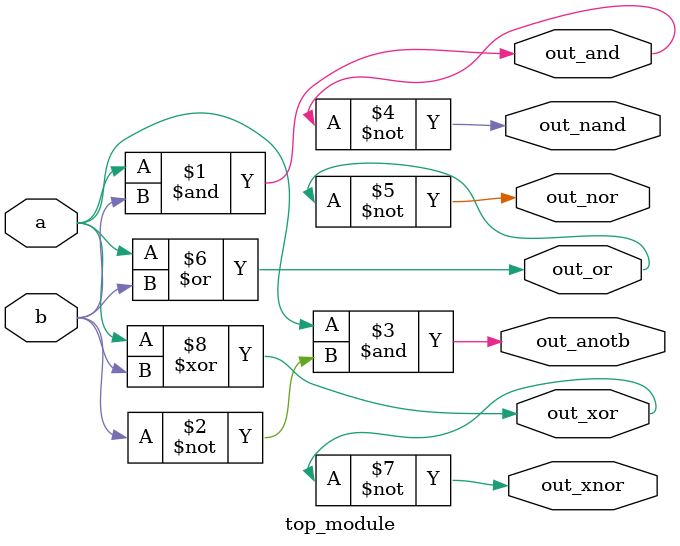
<source format=v>
module top_module (
    input  a,
    b,
    output out_and,
    output out_or,
    output out_xor,
    output out_nand,
    output out_nor,
    output out_xnor,
    output out_anotb
);

    assign out_and = a & b;
    assign out_anotb = a & ~b;
    assign out_nand = ~out_and;
    assign out_nor = ~out_or;
    assign out_or = a | b;
    assign out_xnor = ~out_xor;
    assign out_xor = a ^ b;

endmodule

</source>
